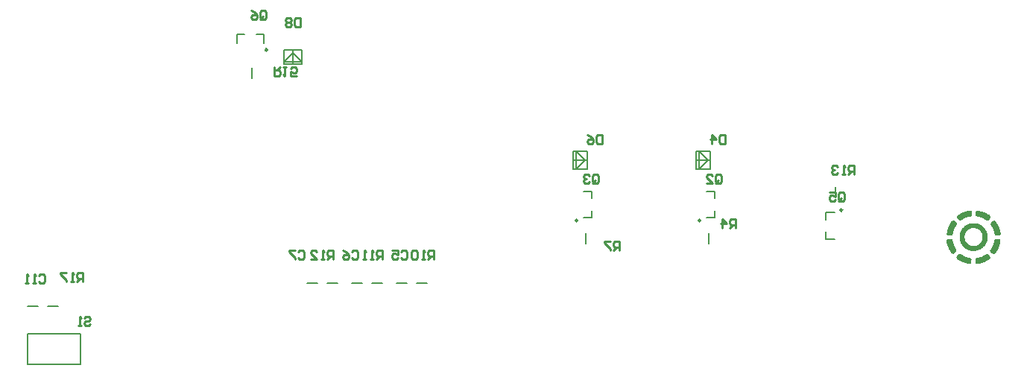
<source format=gbo>
%FSTAX25Y25*%
%MOIN*%
G70*
G01*
G75*
G04 Layer_Color=32896*
%ADD10R,0.04724X0.05512*%
%ADD11R,0.35039X0.41929*%
%ADD12R,0.09449X0.04134*%
%ADD13R,0.05512X0.04724*%
%ADD14R,0.08465X0.11221*%
%ADD15O,0.01181X0.05709*%
%ADD16O,0.05709X0.01181*%
%ADD17C,0.01000*%
%ADD18C,0.01500*%
%ADD19C,0.03000*%
%ADD20C,0.02000*%
%ADD21C,0.11811*%
%ADD22C,0.11000*%
%ADD23C,0.06693*%
%ADD24O,0.03937X0.07874*%
%ADD25O,0.03937X0.07874*%
%ADD26C,0.07874*%
%ADD27R,0.04724X0.04724*%
%ADD28C,0.04724*%
%ADD29C,0.15748*%
%ADD30C,0.05906*%
%ADD31R,0.05906X0.05906*%
%ADD32R,0.07874X0.07874*%
%ADD33R,0.05906X0.05906*%
%ADD34O,0.30000X0.15000*%
%ADD35C,0.06299*%
%ADD36C,0.05000*%
%ADD37C,0.04000*%
%ADD38C,0.02756*%
%ADD39R,0.02362X0.03347*%
%ADD40R,0.03347X0.02362*%
%ADD41R,0.06693X0.06693*%
%ADD42R,0.06693X0.06693*%
%ADD43C,0.05000*%
%ADD44C,0.10000*%
%ADD45C,0.00984*%
%ADD46C,0.00787*%
%ADD47C,0.02362*%
%ADD48R,0.05524X0.06312*%
%ADD49R,0.35839X0.42729*%
%ADD50R,0.10249X0.04934*%
%ADD51R,0.06312X0.05524*%
%ADD52R,0.09265X0.12020*%
%ADD53O,0.01981X0.06509*%
%ADD54O,0.06509X0.01981*%
%ADD55C,0.12611*%
%ADD56C,0.11800*%
%ADD57C,0.07493*%
%ADD58O,0.04737X0.08674*%
%ADD59O,0.04737X0.08674*%
%ADD60C,0.08674*%
%ADD61R,0.05524X0.05524*%
%ADD62C,0.05524*%
%ADD63C,0.16548*%
%ADD64C,0.06706*%
%ADD65R,0.06706X0.06706*%
%ADD66R,0.08674X0.08674*%
%ADD67R,0.06706X0.06706*%
%ADD68O,0.30800X0.15800*%
%ADD69C,0.07099*%
%ADD70C,0.05800*%
%ADD71C,0.04800*%
%ADD72C,0.03556*%
%ADD73R,0.03162X0.04147*%
%ADD74R,0.04147X0.03162*%
%ADD75R,0.07493X0.07493*%
%ADD76R,0.07493X0.07493*%
%ADD77C,0.00100*%
D17*
X0405Y0088D02*
Y0091999D01*
X0403001D01*
X0402334Y0091332D01*
Y0089999D01*
X0403001Y0089333D01*
X0405D01*
X0403667D02*
X0402334Y0088D01*
X0401001D02*
X0399668D01*
X0400335D01*
Y0091999D01*
X0401001Y0091332D01*
X0397669D02*
X0397003Y0091999D01*
X039567D01*
X0395003Y0091332D01*
Y0090666D01*
X039567Y0089999D01*
X0396336D01*
X039567D01*
X0395003Y0089333D01*
Y0088666D01*
X039567Y0088D01*
X0397003D01*
X0397669Y0088666D01*
X0352Y0064D02*
Y0067999D01*
X0350001D01*
X0349334Y0067332D01*
Y0065999D01*
X0350001Y0065333D01*
X0352D01*
X0350667D02*
X0349334Y0064D01*
X0346002D02*
Y0067999D01*
X0348001Y0065999D01*
X0345336D01*
X03Y0054D02*
Y0057999D01*
X0298001D01*
X0297334Y0057332D01*
Y0055999D01*
X0298001Y0055333D01*
X03D01*
X0298667D02*
X0297334Y0054D01*
X0296001Y0057999D02*
X0293336D01*
Y0057332D01*
X0296001Y0054666D01*
Y0054D01*
X0172Y005D02*
Y0053999D01*
X0170001D01*
X0169334Y0053332D01*
Y0051999D01*
X0170001Y0051333D01*
X0172D01*
X0170667D02*
X0169334Y005D01*
X0168001D02*
X0166668D01*
X0167335D01*
Y0053999D01*
X0168001Y0053332D01*
X0162003Y005D02*
X0164669D01*
X0162003Y0052666D01*
Y0053332D01*
X016267Y0053999D01*
X0164003D01*
X0164669Y0053332D01*
X0156334Y0053332D02*
X0157001Y0053999D01*
X0158334D01*
X0159Y0053332D01*
Y0050666D01*
X0158334Y005D01*
X0157001D01*
X0156334Y0050666D01*
X0155001Y0053999D02*
X0152336D01*
Y0053332D01*
X0155001Y0050666D01*
Y005D01*
X0060644Y0023632D02*
X006131Y0024299D01*
X0062643D01*
X006331Y0023632D01*
Y0022966D01*
X0062643Y0022299D01*
X006131D01*
X0060644Y0021633D01*
Y0020967D01*
X006131Y00203D01*
X0062643D01*
X006331Y0020967D01*
X0059311Y00203D02*
X0057978D01*
X0058644D01*
Y0024299D01*
X0059311Y0023632D01*
X01455Y0136D02*
Y0132001D01*
X0147499D01*
X0148166Y0132668D01*
Y0134001D01*
X0147499Y0134667D01*
X01455D01*
X0146833D02*
X0148166Y0136D01*
X0149499D02*
X0150832D01*
X0150165D01*
Y0132001D01*
X0149499Y0132668D01*
X0155497Y0132001D02*
X0152831D01*
Y0134001D01*
X0154164Y0133334D01*
X015483D01*
X0155497Y0134001D01*
Y0135334D01*
X015483Y0136D01*
X0153497D01*
X0152831Y0135334D01*
X006Y004D02*
Y0043999D01*
X0058001D01*
X0057334Y0043332D01*
Y0041999D01*
X0058001Y0041333D01*
X006D01*
X0058667D02*
X0057334Y004D01*
X0056001D02*
X0054668D01*
X0055335D01*
Y0043999D01*
X0056001Y0043332D01*
X0052669Y0043999D02*
X0050003D01*
Y0043332D01*
X0052669Y0040666D01*
Y004D01*
X0194Y005D02*
Y0053999D01*
X0192001D01*
X0191334Y0053332D01*
Y0051999D01*
X0192001Y0051333D01*
X0194D01*
X0192667D02*
X0191334Y005D01*
X0190001D02*
X0188668D01*
X0189335D01*
Y0053999D01*
X0190001Y0053332D01*
X0186669Y005D02*
X0185336D01*
X0186003D01*
Y0053999D01*
X0186669Y0053332D01*
X0217Y005D02*
Y0053999D01*
X0215001D01*
X0214334Y0053332D01*
Y0051999D01*
X0215001Y0051333D01*
X0217D01*
X0215667D02*
X0214334Y005D01*
X0213001D02*
X0211668D01*
X0212335D01*
Y0053999D01*
X0213001Y0053332D01*
X0209669D02*
X0209002Y0053999D01*
X020767D01*
X0207003Y0053332D01*
Y0050666D01*
X020767Y005D01*
X0209002D01*
X0209669Y0050666D01*
Y0053332D01*
X0139334Y0158166D02*
Y0160832D01*
X0140001Y0161499D01*
X0141333D01*
X0142Y0160832D01*
Y0158166D01*
X0141333Y01575D01*
X0140001D01*
X0140667Y0158833D02*
X0139334Y01575D01*
X0140001D02*
X0139334Y0158166D01*
X0135335Y0161499D02*
X0136668Y0160832D01*
X0138001Y0159499D01*
Y0158166D01*
X0137335Y01575D01*
X0136002D01*
X0135335Y0158166D01*
Y0158833D01*
X0136002Y0159499D01*
X0138001D01*
X0397791Y0076766D02*
Y0079432D01*
X0398457Y0080099D01*
X039979D01*
X0400457Y0079432D01*
Y0076766D01*
X039979Y00761D01*
X0398457D01*
X0399124Y0077433D02*
X0397791Y00761D01*
X0398457D02*
X0397791Y0076766D01*
X0393792Y0080099D02*
X0396458D01*
Y0078099D01*
X0395125Y0078766D01*
X0394459D01*
X0393792Y0078099D01*
Y0076766D01*
X0394459Y00761D01*
X0395792D01*
X0396458Y0076766D01*
X0287834Y0084666D02*
Y0087332D01*
X0288501Y0087999D01*
X0289834D01*
X02905Y0087332D01*
Y0084666D01*
X0289834Y0084D01*
X0288501D01*
X0289167Y0085333D02*
X0287834Y0084D01*
X0288501D02*
X0287834Y0084666D01*
X0286501Y0087332D02*
X0285835Y0087999D01*
X0284502D01*
X0283836Y0087332D01*
Y0086666D01*
X0284502Y0085999D01*
X0285168D01*
X0284502D01*
X0283836Y0085333D01*
Y0084666D01*
X0284502Y0084D01*
X0285835D01*
X0286501Y0084666D01*
X0342834D02*
Y0087332D01*
X0343501Y0087999D01*
X0344834D01*
X03455Y0087332D01*
Y0084666D01*
X0344834Y0084D01*
X0343501D01*
X0344167Y0085333D02*
X0342834Y0084D01*
X0343501D02*
X0342834Y0084666D01*
X0338836Y0084D02*
X0341501D01*
X0338836Y0086666D01*
Y0087332D01*
X0339502Y0087999D01*
X0340835D01*
X0341501Y0087332D01*
X01573Y0158099D02*
Y01541D01*
X0155301D01*
X0154634Y0154766D01*
Y0157432D01*
X0155301Y0158099D01*
X01573D01*
X0153301Y0157432D02*
X0152635Y0158099D01*
X0151302D01*
X0150635Y0157432D01*
Y0156766D01*
X0151302Y0156099D01*
X0150635Y0155433D01*
Y0154766D01*
X0151302Y01541D01*
X0152635D01*
X0153301Y0154766D01*
Y0155433D01*
X0152635Y0156099D01*
X0153301Y0156766D01*
Y0157432D01*
X0152635Y0156099D02*
X0151302D01*
X02921Y0105799D02*
Y01018D01*
X0290101D01*
X0289434Y0102466D01*
Y0105132D01*
X0290101Y0105799D01*
X02921D01*
X0285436D02*
X0286768Y0105132D01*
X0288101Y0103799D01*
Y0102466D01*
X0287435Y01018D01*
X0286102D01*
X0285436Y0102466D01*
Y0103133D01*
X0286102Y0103799D01*
X0288101D01*
X03471Y0105799D02*
Y01018D01*
X0345101D01*
X0344434Y0102466D01*
Y0105132D01*
X0345101Y0105799D01*
X03471D01*
X0341102Y01018D02*
Y0105799D01*
X0343101Y0103799D01*
X0340436D01*
X0040334Y0042832D02*
X0041001Y0043499D01*
X0042333D01*
X0043Y0042832D01*
Y0040166D01*
X0042333Y00395D01*
X0041001D01*
X0040334Y0040166D01*
X0039001Y00395D02*
X0037668D01*
X0038335D01*
Y0043499D01*
X0039001Y0042832D01*
X0035669Y00395D02*
X0034336D01*
X0035002D01*
Y0043499D01*
X0035669Y0042832D01*
X0180334Y0053332D02*
X0181001Y0053999D01*
X0182334D01*
X0183Y0053332D01*
Y0050666D01*
X0182334Y005D01*
X0181001D01*
X0180334Y0050666D01*
X0176335Y0053999D02*
X0177668Y0053332D01*
X0179001Y0051999D01*
Y0050666D01*
X0178335Y005D01*
X0177002D01*
X0176335Y0050666D01*
Y0051333D01*
X0177002Y0051999D01*
X0179001D01*
X0202334Y0053332D02*
X0203001Y0053999D01*
X0204333D01*
X0205Y0053332D01*
Y0050666D01*
X0204333Y005D01*
X0203001D01*
X0202334Y0050666D01*
X0198335Y0053999D02*
X0201001D01*
Y0051999D01*
X0199668Y0052666D01*
X0199002D01*
X0198335Y0051999D01*
Y0050666D01*
X0199002Y005D01*
X0200335D01*
X0201001Y0050666D01*
D45*
X0142504Y0143768D02*
G03*
X0142504Y0143768I-0000492J0D01*
G01*
X0399681Y0072087D02*
G03*
X0399681Y0072087I-0000492J0D01*
G01*
X028126Y0067413D02*
G03*
X028126Y0067413I-0000492J0D01*
G01*
X033626D02*
G03*
X033626Y0067413I-0000492J0D01*
G01*
D46*
X0396457Y0077638D02*
Y0082362D01*
X034Y0057138D02*
Y0061862D01*
X0285Y0057138D02*
Y0061862D01*
X0169138Y00395D02*
X0173862D01*
X0160138D02*
X0164862D01*
X0035394Y000311D02*
X0059016D01*
X0035394Y001689D02*
X0059016D01*
X0035394Y000311D02*
Y001689D01*
X0059016Y000311D02*
Y001689D01*
X01355Y0131138D02*
Y0135862D01*
X0189138Y00395D02*
X0193862D01*
X0209138D02*
X0213862D01*
X0140831Y0146819D02*
Y0150756D01*
X0137681D02*
X0140831D01*
X012902Y0146819D02*
Y0150756D01*
X0132169D01*
X0392201Y0070906D02*
X0396138D01*
X0392201Y0067756D02*
Y0070906D01*
Y0059095D02*
X0396138D01*
X0392201D02*
Y0062244D01*
X0283819Y0068594D02*
X0287756D01*
Y0071744D01*
X0283819Y0080406D02*
X0287756D01*
Y0077256D02*
Y0080406D01*
X0338819Y0068594D02*
X0342756D01*
Y0071744D01*
X0338819Y0080406D02*
X0342756D01*
Y0077256D02*
Y0080406D01*
X0154Y0142468D02*
Y0143256D01*
X0157937Y013735D02*
Y014365D01*
X0150063D02*
X0157937D01*
X0150063Y013735D02*
Y014365D01*
Y013735D02*
X0157937D01*
X0154Y0142469D02*
X0154Y0142468D01*
Y0137744D02*
Y0142468D01*
Y0142469D02*
X0154D01*
X0157937Y0138531D01*
X0150063D02*
X0157937D01*
X0150063D02*
X0154Y0142469D01*
X0284468Y00945D02*
X0285256D01*
X027935Y0090563D02*
X028565D01*
Y0098437D01*
X027935D02*
X028565D01*
X027935Y0090563D02*
Y0098437D01*
X0284468Y00945D02*
X0284468Y00945D01*
X0279744Y00945D02*
X0284468D01*
X0284468Y00945D02*
Y00945D01*
X0280531Y0090563D02*
X0284468Y00945D01*
X0280531Y0090563D02*
Y0098437D01*
X0284468Y00945D01*
X0339468Y00945D02*
X0340256D01*
X033435Y0090563D02*
X034065D01*
Y0098437D01*
X033435D02*
X034065D01*
X033435Y0090563D02*
Y0098437D01*
X0339468Y00945D02*
X0339468Y00945D01*
X0334744Y00945D02*
X0339468D01*
X0339468Y00945D02*
Y00945D01*
X0335531Y0090563D02*
X0339468Y00945D01*
X0335531Y0090563D02*
Y0098437D01*
X0339468Y00945D01*
X0180138Y00395D02*
X0184862D01*
X0200138D02*
X0204862D01*
X0035138Y0029D02*
X0039862D01*
X0044138D02*
X0048862D01*
D77*
X04598Y00483D02*
X04602D01*
X04595Y00484D02*
X04608D01*
X0456D02*
X04568D01*
X04593Y00485D02*
X04612D01*
X04554D02*
X04569D01*
X04593Y00486D02*
X04616D01*
X0455D02*
X0457D01*
X04592Y00487D02*
X04619D01*
X04546D02*
X0457D01*
X04592Y00488D02*
X04622D01*
X04542D02*
X0457D01*
X04592Y00489D02*
X04625D01*
X04539D02*
X0457D01*
X04592Y0049D02*
X04627D01*
X04536D02*
X0457D01*
X04592Y00491D02*
X0463D01*
X04534D02*
X0457D01*
X04592Y00492D02*
X04632D01*
X04532D02*
X0457D01*
X04592Y00493D02*
X04634D01*
X04529D02*
X0457D01*
X04591Y00494D02*
X04635D01*
X04527D02*
X0457D01*
X04591Y00495D02*
X04637D01*
X04525D02*
X0457D01*
X04591Y00496D02*
X04639D01*
X04523D02*
X0457D01*
X04591Y00497D02*
X04641D01*
X04522D02*
X0457D01*
X04591Y00498D02*
X04642D01*
X0452D02*
X0457D01*
X04591Y00499D02*
X04644D01*
X04518D02*
X0457D01*
X04591Y005D02*
X04645D01*
X04517D02*
X0457D01*
X04591Y00501D02*
X04647D01*
X04515D02*
X04571D01*
X04591Y00502D02*
X04648D01*
X04514D02*
X0457D01*
X04591Y00503D02*
X0465D01*
X04512D02*
X0457D01*
X04592Y00504D02*
X04651D01*
X04511D02*
X04569D01*
X04592Y00505D02*
X04652D01*
X0451D02*
X04568D01*
X04595Y00506D02*
X04653D01*
X04509D02*
X04566D01*
X04602Y00507D02*
X04655D01*
X04508D02*
X04561D01*
X04606Y00508D02*
X04656D01*
X04508D02*
X04557D01*
X0461Y00509D02*
X04656D01*
X04508D02*
X04554D01*
X04613Y0051D02*
X04656D01*
X04507D02*
X0455D01*
X04616Y00511D02*
X04656D01*
X04507D02*
X04547D01*
X04619Y00512D02*
X04655D01*
X04507D02*
X04545D01*
X04621Y00513D02*
X04654D01*
X04508D02*
X04543D01*
X04623Y00514D02*
X04653D01*
X04508D02*
X0454D01*
X04625Y00515D02*
X04652D01*
X04509D02*
X04538D01*
X04627Y00516D02*
X04651D01*
X0451D02*
X04536D01*
X04629Y00517D02*
X04651D01*
X04511D02*
X04534D01*
X04631Y00518D02*
X0465D01*
X04511D02*
X04533D01*
X04632Y00519D02*
X04649D01*
X04512D02*
X04531D01*
X04634Y0052D02*
X04648D01*
X04513D02*
X0453D01*
X04636Y00521D02*
X04647D01*
X04514D02*
X04528D01*
X04637Y00522D02*
X04646D01*
X04515D02*
X04527D01*
X04639Y00523D02*
X04645D01*
X04516D02*
X04525D01*
X04517Y00524D02*
X04524D01*
X04518Y00525D02*
X04523D01*
X0467Y00527D02*
X04674D01*
X04669Y00528D02*
X04676D01*
X04488D02*
X04492D01*
X04668Y00529D02*
X04677D01*
X04487D02*
X04493D01*
X04666Y0053D02*
X04678D01*
X04486D02*
X04494D01*
X04665Y00531D02*
X04679D01*
X04485D02*
X04496D01*
X04664Y00532D02*
X0468D01*
X04484D02*
X04497D01*
X04663Y00533D02*
X04681D01*
X04484D02*
X04498D01*
X04662Y00534D02*
X04682D01*
X04483D02*
X04499D01*
X0466Y00535D02*
X04682D01*
X04482D02*
X045D01*
X04659Y00536D02*
X04683D01*
X04482D02*
X04501D01*
X04658Y00537D02*
X04684D01*
X04481D02*
X04502D01*
X04658Y00538D02*
X04684D01*
X0448D02*
X04503D01*
X04657Y00539D02*
X04685D01*
X04479D02*
X04504D01*
X04657Y0054D02*
X04685D01*
X04479D02*
X04504D01*
X04657Y00541D02*
X04686D01*
X04578D02*
X04586D01*
X04478D02*
X04504D01*
X04658Y00542D02*
X04687D01*
X0457D02*
X04594D01*
X04478D02*
X04504D01*
X04659Y00543D02*
X04687D01*
X04566D02*
X04598D01*
X04477D02*
X04504D01*
X04659Y00544D02*
X04688D01*
X04563D02*
X04601D01*
X04476D02*
X04504D01*
X0466Y00545D02*
X04688D01*
X0456D02*
X04604D01*
X04476D02*
X04503D01*
X04661Y00546D02*
X04689D01*
X04558D02*
X04607D01*
X04475D02*
X04502D01*
X04661Y00547D02*
X04689D01*
X04556D02*
X04609D01*
X04475D02*
X04502D01*
X04662Y00548D02*
X0469D01*
X04554D02*
X04611D01*
X04474D02*
X04501D01*
X04663Y00549D02*
X0469D01*
X04552D02*
X04613D01*
X04474D02*
X045D01*
X04664Y0055D02*
X04691D01*
X0455D02*
X04614D01*
X04473D02*
X045D01*
X04664Y00551D02*
X04691D01*
X04548D02*
X04616D01*
X04473D02*
X04499D01*
X04665Y00552D02*
X04691D01*
X04547D02*
X04617D01*
X04472D02*
X04499D01*
X04665Y00553D02*
X04692D01*
X04546D02*
X04619D01*
X04472D02*
X04498D01*
X04666Y00554D02*
X04692D01*
X04544D02*
X0462D01*
X04471D02*
X04497D01*
X04666Y00555D02*
X04693D01*
X04543D02*
X04621D01*
X04471D02*
X04497D01*
X04667Y00556D02*
X04693D01*
X04542D02*
X04622D01*
X0447D02*
X04496D01*
X04668Y00557D02*
X04693D01*
X04541D02*
X04623D01*
X0447D02*
X04496D01*
X04668Y00558D02*
X04694D01*
X0454D02*
X04624D01*
X04469D02*
X04495D01*
X04669Y00559D02*
X04694D01*
X04539D02*
X04625D01*
X04469D02*
X04495D01*
X04669Y0056D02*
X04694D01*
X04589D02*
X04626D01*
X04538D02*
X04575D01*
X04469D02*
X04494D01*
X0467Y00561D02*
X04695D01*
X04594D02*
X04627D01*
X04537D02*
X0457D01*
X04468D02*
X04494D01*
X0467Y00562D02*
X04695D01*
X04597D02*
X04628D01*
X04536D02*
X04567D01*
X04468D02*
X04493D01*
X0467Y00563D02*
X04695D01*
X04599D02*
X04629D01*
X04535D02*
X04565D01*
X04468D02*
X04493D01*
X04671Y00564D02*
X04696D01*
X04601D02*
X0463D01*
X04534D02*
X04563D01*
X04467D02*
X04493D01*
X04671Y00565D02*
X04696D01*
X04603D02*
X04631D01*
X04534D02*
X04561D01*
X04467D02*
X04492D01*
X04672Y00566D02*
X04696D01*
X04605D02*
X04631D01*
X04533D02*
X04559D01*
X04467D02*
X04492D01*
X04672Y00567D02*
X04697D01*
X04606D02*
X04632D01*
X04532D02*
X04558D01*
X04466D02*
X04491D01*
X04672Y00568D02*
X04697D01*
X04608D02*
X04633D01*
X04531D02*
X04556D01*
X04466D02*
X04491D01*
X04673Y00569D02*
X04697D01*
X04609D02*
X04633D01*
X04531D02*
X04555D01*
X04466D02*
X04491D01*
X04673Y0057D02*
X04697D01*
X0461D02*
X04634D01*
X0453D02*
X04554D01*
X04466D02*
X0449D01*
X04673Y00571D02*
X04698D01*
X04611D02*
X04635D01*
X0453D02*
X04553D01*
X04465D02*
X0449D01*
X04674Y00572D02*
X04698D01*
X04612D02*
X04635D01*
X04529D02*
X04552D01*
X04465D02*
X0449D01*
X04674Y00573D02*
X04698D01*
X04613D02*
X04636D01*
X04528D02*
X04551D01*
X04465D02*
X04489D01*
X04674Y00574D02*
X04698D01*
X04614D02*
X04636D01*
X04528D02*
X0455D01*
X04465D02*
X04489D01*
X04675Y00575D02*
X04698D01*
X04615D02*
X04637D01*
X04527D02*
X04549D01*
X04464D02*
X04489D01*
X04675Y00576D02*
X04698D01*
X04615D02*
X04637D01*
X04527D02*
X04549D01*
X04464D02*
X04489D01*
X04675Y00577D02*
X04699D01*
X04616D02*
X04638D01*
X04527D02*
X04548D01*
X04464D02*
X04488D01*
X04675Y00578D02*
X04699D01*
X04617D02*
X04638D01*
X04526D02*
X04547D01*
X04464D02*
X04488D01*
X04676Y00579D02*
X04699D01*
X04618D02*
X04639D01*
X04526D02*
X04546D01*
X04464D02*
X04488D01*
X04676Y0058D02*
X04699D01*
X04618D02*
X04639D01*
X04525D02*
X04546D01*
X04463D02*
X04488D01*
X04676Y00581D02*
X04699D01*
X04619D02*
X04639D01*
X04525D02*
X04545D01*
X04463D02*
X04487D01*
X04676Y00582D02*
X04699D01*
X04619D02*
X0464D01*
X04525D02*
X04545D01*
X04463D02*
X04487D01*
X04677Y00583D02*
X047D01*
X0462D02*
X0464D01*
X04524D02*
X04544D01*
X04463D02*
X04487D01*
X04677Y00584D02*
X047D01*
X0462D02*
X0464D01*
X04524D02*
X04544D01*
X04463D02*
X04487D01*
X04677Y00585D02*
X047D01*
X04621D02*
X04641D01*
X04524D02*
X04543D01*
X04463D02*
X04487D01*
X04677Y00586D02*
X047D01*
X04621D02*
X04641D01*
X04523D02*
X04543D01*
X04464D02*
X04487D01*
X04678Y00587D02*
X047D01*
X04622D02*
X04641D01*
X04523D02*
X04542D01*
X04464D02*
X04487D01*
X04678Y00588D02*
X04699D01*
X04622D02*
X04641D01*
X04523D02*
X04542D01*
X04464D02*
X04486D01*
X04679Y00589D02*
X04698D01*
X04622D02*
X04642D01*
X04523D02*
X04542D01*
X04465D02*
X04486D01*
X04682Y0059D02*
X04686D01*
X04623D02*
X04642D01*
X04522D02*
X04541D01*
X04466D02*
X04486D01*
X04623Y00591D02*
X04642D01*
X04522D02*
X04541D01*
X04469D02*
X04485D01*
X04623Y00592D02*
X04642D01*
X04522D02*
X04541D01*
X04481D02*
X04482D01*
X04623Y00593D02*
X04642D01*
X04522D02*
X04541D01*
X04623Y00594D02*
X04642D01*
X04522D02*
X04541D01*
X04624Y00595D02*
X04643D01*
X04522D02*
X0454D01*
X04624Y00596D02*
X04643D01*
X04522D02*
X0454D01*
X04624Y00597D02*
X04643D01*
X04521D02*
X0454D01*
X04624Y00598D02*
X04643D01*
X04521D02*
X0454D01*
X04624Y00599D02*
X04643D01*
X04521D02*
X0454D01*
X04624Y006D02*
X04643D01*
X04521D02*
X0454D01*
X04624Y00601D02*
X04643D01*
X04521D02*
X0454D01*
X04624Y00602D02*
X04643D01*
X04521D02*
X0454D01*
X04624Y00603D02*
X04643D01*
X04521D02*
X0454D01*
X04624Y00604D02*
X04643D01*
X04521D02*
X0454D01*
X04624Y00605D02*
X04643D01*
X04521D02*
X0454D01*
X04624Y00606D02*
X04643D01*
X04521D02*
X0454D01*
X04624Y00607D02*
X04643D01*
X04522D02*
X0454D01*
X04624Y00608D02*
X04643D01*
X04522D02*
X0454D01*
X04623Y00609D02*
X04642D01*
X04522D02*
X04541D01*
X04679Y0061D02*
X04694D01*
X04623D02*
X04642D01*
X04522D02*
X04541D01*
X04678Y00611D02*
X04698D01*
X04623D02*
X04642D01*
X04522D02*
X04541D01*
X04479D02*
X04482D01*
X04678Y00612D02*
X04699D01*
X04623D02*
X04642D01*
X04522D02*
X04541D01*
X04467D02*
X04485D01*
X04678Y00613D02*
X047D01*
X04623D02*
X04642D01*
X04522D02*
X04541D01*
X04465D02*
X04486D01*
X04678Y00614D02*
X047D01*
X04622D02*
X04642D01*
X04523D02*
X04542D01*
X04465D02*
X04487D01*
X04678Y00615D02*
X04701D01*
X04622D02*
X04641D01*
X04523D02*
X04542D01*
X04464D02*
X04487D01*
X04677Y00616D02*
X04701D01*
X04622D02*
X04641D01*
X04523D02*
X04542D01*
X04464D02*
X04487D01*
X04677Y00617D02*
X04701D01*
X04621D02*
X04641D01*
X04523D02*
X04543D01*
X04465D02*
X04487D01*
X04677Y00618D02*
X04701D01*
X04621D02*
X04641D01*
X04524D02*
X04543D01*
X04465D02*
X04488D01*
X04677Y00619D02*
X04701D01*
X0462D02*
X0464D01*
X04524D02*
X04544D01*
X04465D02*
X04488D01*
X04677Y0062D02*
X04701D01*
X0462D02*
X0464D01*
X04524D02*
X04544D01*
X04465D02*
X04488D01*
X04677Y00621D02*
X04701D01*
X04619D02*
X0464D01*
X04524D02*
X04545D01*
X04465D02*
X04488D01*
X04676Y00622D02*
X04701D01*
X04619D02*
X04639D01*
X04525D02*
X04545D01*
X04465D02*
X04489D01*
X04676Y00623D02*
X047D01*
X04618D02*
X04639D01*
X04525D02*
X04546D01*
X04465D02*
X04489D01*
X04676Y00624D02*
X047D01*
X04618D02*
X04639D01*
X04526D02*
X04546D01*
X04466D02*
X04489D01*
X04676Y00625D02*
X047D01*
X04617D02*
X04638D01*
X04526D02*
X04547D01*
X04466D02*
X04489D01*
X04675Y00626D02*
X047D01*
X04616D02*
X04638D01*
X04526D02*
X04548D01*
X04466D02*
X0449D01*
X04675Y00627D02*
X047D01*
X04615D02*
X04637D01*
X04527D02*
X04549D01*
X04466D02*
X0449D01*
X04675Y00628D02*
X04699D01*
X04615D02*
X04637D01*
X04527D02*
X04549D01*
X04466D02*
X0449D01*
X04675Y00629D02*
X04699D01*
X04614D02*
X04636D01*
X04528D02*
X0455D01*
X04466D02*
X0449D01*
X04674Y0063D02*
X04699D01*
X04613D02*
X04636D01*
X04528D02*
X04551D01*
X04467D02*
X04491D01*
X04674Y00631D02*
X04699D01*
X04612D02*
X04635D01*
X04529D02*
X04552D01*
X04467D02*
X04491D01*
X04674Y00632D02*
X04698D01*
X04611D02*
X04635D01*
X04529D02*
X04553D01*
X04467D02*
X04491D01*
X04673Y00633D02*
X04698D01*
X0461D02*
X04634D01*
X0453D02*
X04554D01*
X04467D02*
X04492D01*
X04673Y00634D02*
X04698D01*
X04609D02*
X04634D01*
X04531D02*
X04555D01*
X04468D02*
X04492D01*
X04672Y00635D02*
X04698D01*
X04608D02*
X04633D01*
X04531D02*
X04556D01*
X04468D02*
X04493D01*
X04672Y00636D02*
X04697D01*
X04606D02*
X04632D01*
X04532D02*
X04558D01*
X04468D02*
X04493D01*
X04672Y00637D02*
X04697D01*
X04605D02*
X04632D01*
X04533D02*
X04559D01*
X04468D02*
X04493D01*
X04671Y00638D02*
X04697D01*
X04603D02*
X04631D01*
X04533D02*
X04561D01*
X04469D02*
X04494D01*
X04671Y00639D02*
X04696D01*
X04601D02*
X0463D01*
X04534D02*
X04563D01*
X04469D02*
X04494D01*
X0467Y0064D02*
X04696D01*
X04599D02*
X04629D01*
X04535D02*
X04565D01*
X04469D02*
X04495D01*
X0467Y00641D02*
X04695D01*
X04597D02*
X04628D01*
X04536D02*
X04567D01*
X0447D02*
X04495D01*
X04669Y00642D02*
X04695D01*
X04594D02*
X04628D01*
X04537D02*
X0457D01*
X0447D02*
X04496D01*
X04669Y00643D02*
X04695D01*
X0459D02*
X04627D01*
X04538D02*
X04574D01*
X0447D02*
X04496D01*
X04668Y00644D02*
X04694D01*
X04539D02*
X04626D01*
X04471D02*
X04497D01*
X04668Y00645D02*
X04694D01*
X0454D02*
X04625D01*
X04471D02*
X04497D01*
X04667Y00646D02*
X04693D01*
X04541D02*
X04624D01*
X04472D02*
X04498D01*
X04667Y00647D02*
X04693D01*
X04542D02*
X04623D01*
X04472D02*
X04498D01*
X04666Y00648D02*
X04693D01*
X04543D02*
X04621D01*
X04472D02*
X04499D01*
X04666Y00649D02*
X04692D01*
X04544D02*
X0462D01*
X04473D02*
X04499D01*
X04665Y0065D02*
X04692D01*
X04545D02*
X04619D01*
X04473D02*
X045D01*
X04665Y00651D02*
X04691D01*
X04547D02*
X04618D01*
X04474D02*
X04501D01*
X04664Y00652D02*
X04691D01*
X04548D02*
X04616D01*
X04474D02*
X04501D01*
X04663Y00653D02*
X0469D01*
X0455D02*
X04615D01*
X04475D02*
X04502D01*
X04663Y00654D02*
X0469D01*
X04551D02*
X04613D01*
X04475D02*
X04503D01*
X04662Y00655D02*
X04689D01*
X04553D02*
X04611D01*
X04475D02*
X04503D01*
X04661Y00656D02*
X04688D01*
X04555D02*
X04609D01*
X04476D02*
X04504D01*
X04661Y00657D02*
X04688D01*
X04557D02*
X04607D01*
X04477D02*
X04505D01*
X0466Y00658D02*
X04687D01*
X04559D02*
X04605D01*
X04477D02*
X04506D01*
X0466Y00659D02*
X04687D01*
X04562D02*
X04602D01*
X04478D02*
X04506D01*
X0466Y0066D02*
X04686D01*
X04565D02*
X04599D01*
X04478D02*
X04507D01*
X0466Y00661D02*
X04685D01*
X04569D02*
X04595D01*
X04479D02*
X04507D01*
X0466Y00662D02*
X04685D01*
X04575D02*
X0459D01*
X04479D02*
X04507D01*
X04661Y00663D02*
X04684D01*
X0448D02*
X04507D01*
X04662Y00664D02*
X04683D01*
X04481D02*
X04506D01*
X04663Y00665D02*
X04683D01*
X04481D02*
X04505D01*
X04664Y00666D02*
X04682D01*
X04482D02*
X04504D01*
X04665Y00667D02*
X04681D01*
X04483D02*
X04503D01*
X04666Y00668D02*
X0468D01*
X04483D02*
X04502D01*
X04667Y00669D02*
X0468D01*
X04484D02*
X045D01*
X04669Y0067D02*
X04679D01*
X04485D02*
X04499D01*
X0467Y00671D02*
X04678D01*
X04486D02*
X04498D01*
X04671Y00672D02*
X04677D01*
X04487D02*
X04497D01*
X04672Y00673D02*
X04676D01*
X04488D02*
X04495D01*
X0449Y00674D02*
X04494D01*
X04641Y00676D02*
X04646D01*
X0464Y00677D02*
X04648D01*
X04639Y00678D02*
X04649D01*
X04519D02*
X04526D01*
X04638Y00679D02*
X04649D01*
X04518D02*
X04527D01*
X04636Y0068D02*
X0465D01*
X04517D02*
X04529D01*
X04635Y00681D02*
X04651D01*
X04516D02*
X0453D01*
X04633Y00682D02*
X04652D01*
X04515D02*
X04532D01*
X04632Y00683D02*
X04653D01*
X04515D02*
X04533D01*
X0463Y00684D02*
X04654D01*
X04514D02*
X04535D01*
X04628Y00685D02*
X04654D01*
X04513D02*
X04537D01*
X04626Y00686D02*
X04655D01*
X04512D02*
X04539D01*
X04624Y00687D02*
X04656D01*
X04511D02*
X04541D01*
X04622Y00688D02*
X04657D01*
X0451D02*
X04543D01*
X04619Y00689D02*
X04657D01*
X04509D02*
X04546D01*
X04617Y0069D02*
X04657D01*
X04509D02*
X04548D01*
X04614Y00691D02*
X04657D01*
X04508D02*
X04551D01*
X04611Y00692D02*
X04657D01*
X04508D02*
X04554D01*
X04607Y00693D02*
X04656D01*
X04509D02*
X04558D01*
X04603Y00694D02*
X04656D01*
X0451D02*
X04562D01*
X04599Y00695D02*
X04655D01*
X04511D02*
X04569D01*
X04596Y00696D02*
X04654D01*
X04512D02*
X04572D01*
X04595Y00697D02*
X04653D01*
X04513D02*
X04573D01*
X04594Y00698D02*
X04652D01*
X04515D02*
X04573D01*
X04594Y00699D02*
X04651D01*
X04516D02*
X04573D01*
X04594Y007D02*
X04649D01*
X04517D02*
X04573D01*
X04594Y00701D02*
X04648D01*
X04519D02*
X04573D01*
X04594Y00702D02*
X04646D01*
X0452D02*
X04573D01*
X04594Y00703D02*
X04644D01*
X04522D02*
X04573D01*
X04594Y00704D02*
X04643D01*
X04523D02*
X04573D01*
X04594Y00705D02*
X04641D01*
X04525D02*
X04573D01*
X04594Y00706D02*
X04639D01*
X04527D02*
X04573D01*
X04594Y00707D02*
X04637D01*
X04529D02*
X04573D01*
X04594Y00708D02*
X04635D01*
X0453D02*
X04573D01*
X04594Y00709D02*
X04633D01*
X04533D02*
X04573D01*
X04594Y0071D02*
X0463D01*
X04535D02*
X04572D01*
X04594Y00711D02*
X04628D01*
X04537D02*
X04572D01*
X04594Y00712D02*
X04625D01*
X04539D02*
X04572D01*
X04594Y00713D02*
X04622D01*
X04542D02*
X04572D01*
X04595Y00714D02*
X04619D01*
X04545D02*
X04572D01*
X04595Y00715D02*
X04615D01*
X04548D02*
X04572D01*
X04595Y00716D02*
X0461D01*
X04552D02*
X04571D01*
X04596Y00717D02*
X04604D01*
X04556D02*
X0457D01*
X04561Y00718D02*
X04567D01*
M02*

</source>
